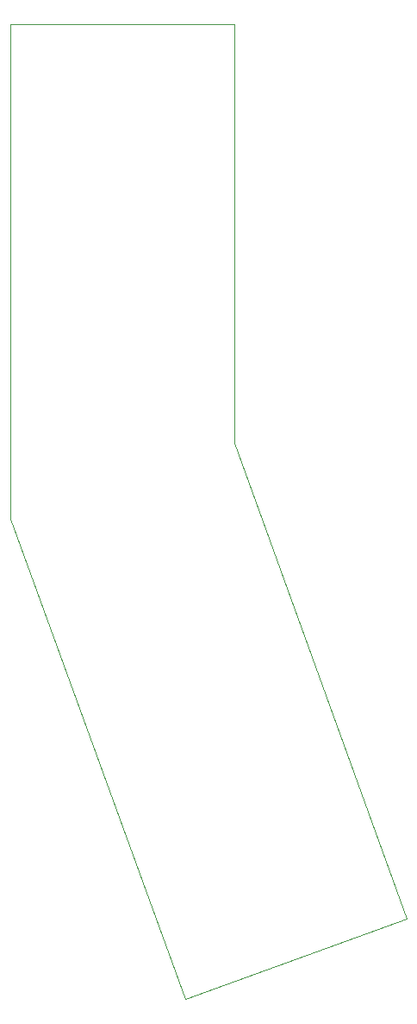
<source format=gbr>
%TF.GenerationSoftware,KiCad,Pcbnew,8.0.3*%
%TF.CreationDate,2024-06-29T10:36:14+02:00*%
%TF.ProjectId,adapter 8913-8910 Angle L,61646170-7465-4722-9038-3931332d3839,1.0a*%
%TF.SameCoordinates,Original*%
%TF.FileFunction,Profile,NP*%
%FSLAX46Y46*%
G04 Gerber Fmt 4.6, Leading zero omitted, Abs format (unit mm)*
G04 Created by KiCad (PCBNEW 8.0.3) date 2024-06-29 10:36:14*
%MOMM*%
%LPD*%
G01*
G04 APERTURE LIST*
%TA.AperFunction,Profile*%
%ADD10C,0.100000*%
%TD*%
G04 APERTURE END LIST*
D10*
X108608840Y-23039551D02*
X108608840Y-64046410D01*
X86608840Y-71539551D02*
X86608840Y-23039551D01*
X103800000Y-118600000D02*
X125575000Y-110677969D01*
X103800000Y-118600000D02*
X86608840Y-71539551D01*
X86608840Y-23039551D02*
X108608840Y-23039551D01*
X125575000Y-110677969D02*
X108608840Y-64046410D01*
M02*

</source>
